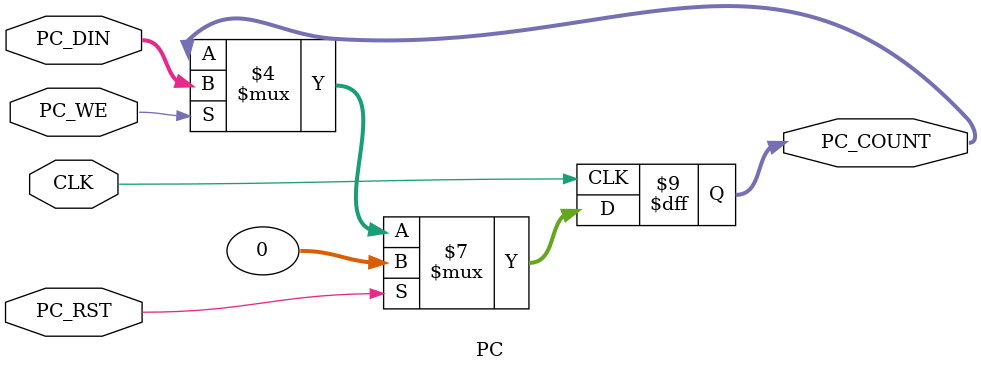
<source format=sv>
`timescale 1ns / 1ps


module PC(
    input logic PC_RST,
    input logic PC_WE,
    input logic [31:0] PC_DIN,
    input logic CLK,
    output logic [31:0] PC_COUNT
    );
    
    always_ff @ (posedge CLK) begin         
        if (PC_RST == 1)                            //if we enable reset, set the output to 0
            PC_COUNT <= 0;  
    
        else if (PC_WE == 1)                        //if the reset is not enabled we set the output to
            begin                                   //what the mux provides
            PC_COUNT <= PC_DIN;
            end
                    
    end

endmodule

</source>
